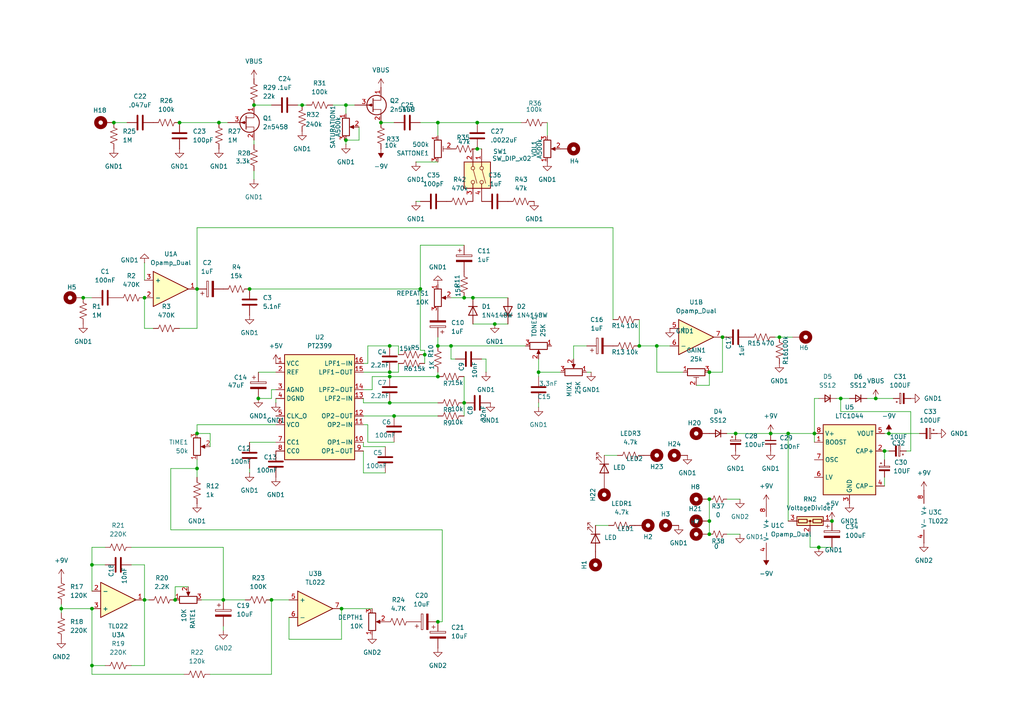
<source format=kicad_sch>
(kicad_sch (version 20250114) (generator "eeschema") (generator_version "9.0")
  (paper "A4")
  (title_block (title "DELAY/PREAMP") (date "2025-05-21") (rev "1.1") (company "Sharkbomb Audio") (comment 2 "GAIN pot is to be set at unity"))
  (junction (at 113.03 100.33))
  (junction (at 26.67 193.04))
  (junction (at 17.78 176.53))
  (junction (at 228.6 125.73))
  (junction (at 121.92 83.82))
  (junction (at 50.8 173.99))
  (junction (at 190.5 100.33))
  (junction (at 33.02 35.56))
  (junction (at 57.15 83.82))
  (junction (at 64.77 173.99))
  (junction (at 241.3 151.13))
  (junction (at 74.93 115.57))
  (junction (at 87.63 30.48))
  (junction (at 78.74 173.99))
  (junction (at 99.06 176.53))
  (junction (at 113.03 107.95))
  (junction (at 72.39 83.82))
  (junction (at 205.74 151.13))
  (junction (at 205.74 144.78))
  (junction (at 57.15 125.73))
  (junction (at 205.74 107.95))
  (junction (at 41.91 173.99))
  (junction (at 236.22 125.73))
  (junction (at 143.51 93.98))
  (junction (at 100.33 30.48))
  (junction (at 223.52 125.73))
  (junction (at 226.06 97.79))
  (junction (at 130.81 100.33))
  (junction (at 26.67 176.53))
  (junction (at 137.16 86.36))
  (junction (at 24.13 86.36))
  (junction (at 127 100.33))
  (junction (at 138.43 43.18))
  (junction (at 123.19 102.87))
  (junction (at 63.5 35.56))
  (junction (at 57.15 135.89))
  (junction (at 41.91 86.36))
  (junction (at 185.42 100.33))
  (junction (at 110.49 35.56))
  (junction (at 209.55 97.79))
  (junction (at 127 180.34))
  (junction (at 113.03 116.84))
  (junction (at 237.49 158.75))
  (junction (at 113.03 109.22))
  (junction (at 100.33 40.64))
  (junction (at 257.81 125.73))
  (junction (at 213.36 125.73))
  (junction (at 256.54 130.81))
  (junction (at 134.62 86.36))
  (junction (at 134.62 116.84))
  (junction (at 243.84 115.57))
  (junction (at 73.66 30.48))
  (junction (at 205.74 154.94))
  (junction (at 52.07 35.56))
  (junction (at 127 109.22))
  (junction (at 114.3 120.65))
  (junction (at 127 35.56))
  (junction (at 254 115.57))
  (junction (at 156.21 107.95))
  (junction (at 26.67 163.83))
  (junction (at 138.43 35.56))
  (wire (pts (xy 130.81 104.14) (xy 132.08 104.14)))
  (wire (pts (xy 74.93 107.95) (xy 80.01 107.95)))
  (wire (pts (xy 123.19 102.87) (xy 123.19 105.41)))
  (wire (pts (xy 41.91 173.99) (xy 43.18 173.99)))
  (wire (pts (xy 78.74 113.03) (xy 80.01 113.03)))
  (wire (pts (xy 104.14 36.83) (xy 104.14 40.64)))
  (wire (pts (xy 176.53 152.4) (xy 172.72 152.4)))
  (wire (pts (xy 190.5 100.33) (xy 194.31 100.33)))
  (wire (pts (xy 33.02 35.56) (xy 36.83 35.56)))
  (wire (pts (xy 105.41 129.54) (xy 105.41 128.27)))
  (wire (pts (xy 128.27 180.34) (xy 128.27 153.67)))
  (wire (pts (xy 137.16 93.98) (xy 143.51 93.98)))
  (wire (pts (xy 243.84 119.38) (xy 243.84 115.57)))
  (wire (pts (xy 83.82 179.07) (xy 83.82 185.42)))
  (wire (pts (xy 137.16 86.36) (xy 147.32 86.36)))
  (wire (pts (xy 100.33 41.91) (xy 100.33 40.64)))
  (wire (pts (xy 87.63 30.48) (xy 88.9 30.48)))
  (wire (pts (xy 127 35.56) (xy 127 39.37)))
  (wire (pts (xy 57.15 66.04) (xy 57.15 83.82)))
  (wire (pts (xy 105.41 129.54) (xy 111.76 129.54)))
  (wire (pts (xy 121.92 101.6) (xy 123.19 101.6)))
  (wire (pts (xy 105.41 115.57) (xy 105.41 116.84)))
  (wire (pts (xy 228.6 125.73) (xy 236.22 125.73)))
  (wire (pts (xy 143.51 93.98) (xy 147.32 93.98)))
  (wire (pts (xy 121.92 83.82) (xy 72.39 83.82)))
  (wire (pts (xy 128.27 180.34) (xy 127 180.34)))
  (wire (pts (xy 77.47 173.99) (xy 78.74 173.99)))
  (wire (pts (xy 130.81 86.36) (xy 134.62 86.36)))
  (wire (pts (xy 138.43 35.56) (xy 151.13 35.56)))
  (wire (pts (xy 17.78 175.26) (xy 17.78 176.53)))
  (wire (pts (xy 256.54 125.73) (xy 257.81 125.73)))
  (wire (pts (xy 38.1 193.04) (xy 41.91 193.04)))
  (wire (pts (xy 60.96 195.58) (xy 78.74 195.58)))
  (wire (pts (xy 86.36 30.48) (xy 87.63 30.48)))
  (wire (pts (xy 53.34 195.58) (xy 26.67 195.58)))
  (wire (pts (xy 128.27 153.67) (xy 49.53 153.67)))
  (wire (pts (xy 78.74 195.58) (xy 78.74 173.99)))
  (wire (pts (xy 264.16 119.38) (xy 243.84 119.38)))
  (wire (pts (xy 121.92 58.42) (xy 120.65 58.42)))
  (wire (pts (xy 257.81 130.81) (xy 256.54 130.81)))
  (wire (pts (xy 57.15 123.19) (xy 57.15 125.73)))
  (wire (pts (xy 52.07 95.25) (xy 57.15 95.25)))
  (wire (pts (xy 156.21 107.95) (xy 162.56 107.95)))
  (wire (pts (xy 113.03 109.22) (xy 127 109.22)))
  (wire (pts (xy 73.66 52.07) (xy 73.66 49.53)))
  (wire (pts (xy 26.67 176.53) (xy 17.78 176.53)))
  (wire (pts (xy 134.62 109.22) (xy 134.62 116.84)))
  (wire (pts (xy 106.68 100.33) (xy 113.03 100.33)))
  (wire (pts (xy 224.79 97.79) (xy 226.06 97.79)))
  (wire (pts (xy 41.91 163.83) (xy 38.1 163.83)))
  (wire (pts (xy 256.54 130.81) (xy 256.54 133.35)))
  (wire (pts (xy 205.74 144.78) (xy 205.74 151.13)))
  (wire (pts (xy 156.21 107.95) (xy 156.21 109.22)))
  (wire (pts (xy 52.07 35.56) (xy 63.5 35.56)))
  (wire (pts (xy 74.93 115.57) (xy 78.74 115.57)))
  (wire (pts (xy 140.97 104.14) (xy 139.7 104.14)))
  (wire (pts (xy 41.91 173.99) (xy 41.91 163.83)))
  (wire (pts (xy 100.33 30.48) (xy 100.33 33.02)))
  (wire (pts (xy 115.57 105.41) (xy 115.57 107.95)))
  (wire (pts (xy 17.78 176.53) (xy 17.78 177.8)))
  (wire (pts (xy 49.53 153.67) (xy 49.53 135.89)))
  (wire (pts (xy 127 97.79) (xy 127 100.33)))
  (wire (pts (xy 130.81 104.14) (xy 130.81 100.33)))
  (wire (pts (xy 49.53 135.89) (xy 57.15 135.89)))
  (wire (pts (xy 26.67 163.83) (xy 26.67 171.45)))
  (wire (pts (xy 72.39 128.27) (xy 80.01 128.27)))
  (wire (pts (xy 73.66 41.91) (xy 73.66 40.64)))
  (wire (pts (xy 205.74 107.95) (xy 209.55 107.95)))
  (wire (pts (xy 158.75 35.56) (xy 158.75 39.37)))
  (wire (pts (xy 44.45 95.25) (xy 41.91 95.25)))
  (wire (pts (xy 73.66 30.48) (xy 78.74 30.48)))
  (wire (pts (xy 64.77 181.61) (xy 64.77 182.88)))
  (wire (pts (xy 156.21 104.14) (xy 156.21 107.95)))
  (wire (pts (xy 234.95 158.75) (xy 237.49 158.75)))
  (wire (pts (xy 105.41 130.81) (xy 105.41 137.16)))
  (wire (pts (xy 121.92 35.56) (xy 127 35.56)))
  (wire (pts (xy 111.76 137.16) (xy 105.41 137.16)))
  (wire (pts (xy 185.42 100.33) (xy 190.5 100.33)))
  (wire (pts (xy 234.95 154.94) (xy 234.95 158.75)))
  (wire (pts (xy 50.8 173.99) (xy 50.8 170.18)))
  (wire (pts (xy 201.93 111.76) (xy 205.74 111.76)))
  (wire (pts (xy 115.57 107.95) (xy 113.03 107.95)))
  (wire (pts (xy 41.91 95.25) (xy 41.91 86.36)))
  (wire (pts (xy 166.37 104.14) (xy 166.37 100.33)))
  (wire (pts (xy 57.15 135.89) (xy 57.15 133.35)))
  (wire (pts (xy 107.95 113.03) (xy 107.95 109.22)))
  (wire (pts (xy 205.74 151.13) (xy 205.74 154.94)))
  (wire (pts (xy 26.67 163.83) (xy 30.48 163.83)))
  (wire (pts (xy 78.74 115.57) (xy 78.74 113.03)))
  (wire (pts (xy 242.57 115.57) (xy 243.84 115.57)))
  (wire (pts (xy 26.67 193.04) (xy 26.67 176.53)))
  (wire (pts (xy 104.14 40.64) (xy 100.33 40.64)))
  (wire (pts (xy 262.89 130.81) (xy 264.16 130.81)))
  (wire (pts (xy 177.8 92.71) (xy 177.8 66.04)))
  (wire (pts (xy 243.84 115.57) (xy 246.38 115.57)))
  (wire (pts (xy 209.55 97.79) (xy 209.55 107.95)))
  (wire (pts (xy 210.82 154.94) (xy 214.63 154.94)))
  (wire (pts (xy 259.08 115.57) (xy 254 115.57)))
  (wire (pts (xy 99.06 185.42) (xy 99.06 176.53)))
  (wire (pts (xy 30.48 193.04) (xy 26.67 193.04)))
  (wire (pts (xy 179.07 132.08) (xy 175.26 132.08)))
  (wire (pts (xy 105.41 107.95) (xy 113.03 107.95)))
  (wire (pts (xy 64.77 173.99) (xy 58.42 173.99)))
  (wire (pts (xy 205.74 111.76) (xy 205.74 107.95)))
  (wire (pts (xy 78.74 173.99) (xy 83.82 173.99)))
  (wire (pts (xy 115.57 102.87) (xy 115.57 100.33)))
  (wire (pts (xy 50.8 170.18) (xy 54.61 170.18)))
  (wire (pts (xy 120.65 46.99) (xy 127 46.99)))
  (wire (pts (xy 170.18 107.95) (xy 171.45 107.95)))
  (wire (pts (xy 106.68 105.41) (xy 105.41 105.41)))
  (wire (pts (xy 264.16 119.38) (xy 264.16 130.81)))
  (wire (pts (xy 257.81 125.73) (xy 266.7 125.73)))
  (wire (pts (xy 210.82 125.73) (xy 213.36 125.73)))
  (wire (pts (xy 177.8 66.04) (xy 57.15 66.04)))
  (wire (pts (xy 26.67 195.58) (xy 26.67 193.04)))
  (wire (pts (xy 138.43 43.18) (xy 139.7 43.18)))
  (wire (pts (xy 57.15 95.25) (xy 57.15 83.82)))
  (wire (pts (xy 26.67 158.75) (xy 26.67 163.83)))
  (wire (pts (xy 130.81 100.33) (xy 127 100.33)))
  (wire (pts (xy 134.62 116.84) (xy 134.62 120.65)))
  (wire (pts (xy 156.21 116.84) (xy 156.21 118.11)))
  (wire (pts (xy 237.49 158.75) (xy 241.3 158.75)))
  (wire (pts (xy 210.82 144.78) (xy 214.63 144.78)))
  (wire (pts (xy 105.41 116.84) (xy 113.03 116.84)))
  (wire (pts (xy 106.68 123.19) (xy 105.41 123.19)))
  (wire (pts (xy 226.06 97.79) (xy 229.87 97.79)))
  (wire (pts (xy 72.39 135.89) (xy 72.39 137.16)))
  (wire (pts (xy 236.22 125.73) (xy 236.22 128.27)))
  (wire (pts (xy 114.3 120.65) (xy 105.41 120.65)))
  (wire (pts (xy 121.92 71.12) (xy 121.92 83.82)))
  (wire (pts (xy 228.6 125.73) (xy 228.6 151.13)))
  (wire (pts (xy 107.95 109.22) (xy 113.03 109.22)))
  (wire (pts (xy 140.97 107.95) (xy 140.97 104.14)))
  (wire (pts (xy 41.91 76.2) (xy 41.91 81.28)))
  (wire (pts (xy 198.12 107.95) (xy 190.5 107.95)))
  (wire (pts (xy 57.15 138.43) (xy 57.15 135.89)))
  (wire (pts (xy 114.3 128.27) (xy 106.68 128.27)))
  (wire (pts (xy 105.41 113.03) (xy 107.95 113.03)))
  (wire (pts (xy 213.36 125.73) (xy 223.52 125.73)))
  (wire (pts (xy 96.52 30.48) (xy 100.33 30.48)))
  (wire (pts (xy 113.03 116.84) (xy 127 116.84)))
  (wire (pts (xy 127 107.95) (xy 127 109.22)))
  (wire (pts (xy 130.81 100.33) (xy 152.4 100.33)))
  (wire (pts (xy 99.06 176.53) (xy 107.95 176.53)))
  (wire (pts (xy 123.19 101.6) (xy 123.19 102.87)))
  (wire (pts (xy 83.82 185.42) (xy 99.06 185.42)))
  (wire (pts (xy 254 115.57) (xy 251.46 115.57)))
  (wire (pts (xy 256.54 138.43) (xy 256.54 140.97)))
  (wire (pts (xy 134.62 71.12) (xy 121.92 71.12)))
  (wire (pts (xy 60.96 129.54) (xy 60.96 125.73)))
  (wire (pts (xy 80.01 123.19) (xy 57.15 123.19)))
  (wire (pts (xy 166.37 100.33) (xy 170.18 100.33)))
  (wire (pts (xy 110.49 35.56) (xy 114.3 35.56)))
  (wire (pts (xy 80.01 115.57) (xy 80.01 116.84)))
  (wire (pts (xy 190.5 107.95) (xy 190.5 100.33)))
  (wire (pts (xy 115.57 100.33) (xy 113.03 100.33)))
  (wire (pts (xy 137.16 43.18) (xy 138.43 43.18)))
  (wire (pts (xy 134.62 86.36) (xy 137.16 86.36)))
  (wire (pts (xy 127 35.56) (xy 138.43 35.56)))
  (wire (pts (xy 121.92 83.82) (xy 121.92 101.6)))
  (wire (pts (xy 114.3 120.65) (xy 127 120.65)))
  (wire (pts (xy 24.13 86.36) (xy 26.67 86.36)))
  (wire (pts (xy 64.77 173.99) (xy 71.12 173.99)))
  (wire (pts (xy 60.96 125.73) (xy 57.15 125.73)))
  (wire (pts (xy 30.48 158.75) (xy 26.67 158.75)))
  (wire (pts (xy 237.49 115.57) (xy 236.22 115.57)))
  (wire (pts (xy 41.91 193.04) (xy 41.91 173.99)))
  (wire (pts (xy 106.68 100.33) (xy 106.68 105.41)))
  (wire (pts (xy 64.77 158.75) (xy 64.77 173.99)))
  (wire (pts (xy 185.42 92.71) (xy 185.42 100.33)))
  (wire (pts (xy 38.1 158.75) (xy 64.77 158.75)))
  (wire (pts (xy 223.52 125.73) (xy 228.6 125.73)))
  (wire (pts (xy 100.33 30.48) (xy 102.87 30.48)))
  (wire (pts (xy 63.5 35.56) (xy 66.04 35.56)))
  (wire (pts (xy 236.22 115.57) (xy 236.22 125.73)))
  (wire (pts (xy 106.68 128.27) (xy 106.68 123.19)))
  (symbol (lib_id "Device:Opamp_Dual") (at 49.53 83.82 0) (unit 1)
    (property "Reference" "U1" (at 49.53 73.66 0))
    (property "Value" "Opamp_Dual" (at 49.53 76.2 0))
    (property "Footprint" "Package_DIP:DIP-8_W7.62mm" (effects (hide yes)))
    (property "Description" "Dual operational amplifier" (effects (hide yes)))
    (property "Sim.Library" "${KICAD7_SYMBOL_DIR}/Simulation_SPICE.sp" (effects (hide yes)))
    (property "Sim.Name" "kicad_builtin_opamp_dual" (effects (hide yes)))
    (property "Sim.Device" "SUBCKT" (effects (hide yes)))
    (property "Sim.Pins" "1=out1 2=in1- 3=in1+ 4=vee 5=in2+ 6=in2- 7=out2 8=vcc" (effects (hide yes)))
  )
  (symbol (lib_id "Device:C") (at 30.48 86.36 90) (unit 1)
    (property "Reference" "C1" (at 30.48 78.74 90))
    (property "Value" "100nF" (at 30.48 81.28 90))
    (property "Footprint" "Capacitor_SMD:C_0805_2012Metric" (effects (hide yes)))
    (property "Description" "Unpolarized capacitor" (effects (hide yes)))
  )
  (symbol (lib_id "power:GND1") (at 246.38 146.05 0) (unit 1)
    (property "Reference" "#PWR056" (effects (hide yes)))
    (property "Value" "GND1" (at 246.38 151.13 0))
    (property "Description" "Power symbol creates a global label with name \"GND1\" , ground" (effects (hide yes)))
  )
  (symbol (lib_id "Device:R_US") (at 34.29 158.75 90) (unit 1)
    (property "Reference" "R21" (at 34.29 152.4 90))
    (property "Value" "220K" (at 34.29 154.94 90))
    (property "Footprint" "Resistor_SMD:R_0805_2012Metric" (effects (hide yes)))
    (property "Description" "Resistor, US symbol" (effects (hide yes)))
  )
  (symbol (lib_id "Mechanical:MountingHole_Pad") (at 194.31 152.4 90) (unit 1) (exclude_from_sim yes) (in_bom no)
    (property "Reference" "H3" (at 193.04 149.098 90))
    (property "Value" "MountingHole_Pad" (effects (hide yes)))
    (property "Footprint" "GuitarPedalParts:2.0mm Pad" (effects (hide yes)))
    (property "Description" "Mounting Hole with connection" (effects (hide yes)))
  )
  (symbol (lib_id "Device:VoltageDivider") (at 234.95 151.13 270) (unit 1)
    (property "Reference" "RN2" (at 234.95 144.78 90))
    (property "Value" "VoltageDivider" (at 234.95 147.32 90))
    (property "Footprint" "Package_TO_SOT_THT:TO-220-3_Vertical" (effects (hide yes)))
    (property "Description" "Voltage divider" (effects (hide yes)))
  )
  (symbol (lib_id "Device:R_Potentiometer") (at 57.15 129.54 0) (mirror x) (unit 1)
    (property "Reference" "TIME1" (at 54.61 128.2699 0) (effects (justify right)))
    (property "Value" "50k" (at 54.61 130.8099 0) (effects (justify right)))
    (property "Footprint" "GuitarPedalParts:16mm Pot" (effects (hide yes)))
    (property "Description" "Potentiometer" (effects (hide yes)))
  )
  (symbol (lib_id "power:GND1") (at 140.97 107.95 0) (unit 1)
    (property "Reference" "#PWR014" (effects (hide yes)))
    (property "Value" "GND1" (at 140.97 113.03 0))
    (property "Description" "Power symbol creates a global label with name \"GND1\" , ground" (effects (hide yes)))
  )
  (symbol (lib_id "Device:R_US") (at 63.5 39.37 180) (unit 1)
    (property "Reference" "R27" (at 66.04 38.0999 0) (effects (justify right)))
    (property "Value" "1M" (at 66.04 40.6399 0) (effects (justify right)))
    (property "Footprint" "Resistor_SMD:R_0805_2012Metric" (effects (hide yes)))
    (property "Description" "Resistor, US symbol" (effects (hide yes)))
  )
  (symbol (lib_id "Audio:PT2399") (at 92.71 118.11 0) (unit 1)
    (property "Reference" "U2" (at 92.71 97.79 0))
    (property "Value" "PT2399" (at 92.71 100.33 0))
    (property "Footprint" "Package_DIP:DIP-16_W7.62mm" (effects (hide yes)))
    (property "Datasheet" "http://www.princeton.com.tw/Portals/0/Product/PT2399_1.pdf" (effects (hide yes)))
    (property "Description" "Echo Processor IC, DIP-16" (effects (hide yes)))
  )
  (symbol (lib_id "power:GND1") (at 143.51 93.98 0) (unit 1)
    (property "Reference" "#PWR016" (effects (hide yes)))
    (property "Value" "GND1" (at 143.51 99.06 0))
    (property "Description" "Power symbol creates a global label with name \"GND1\" , ground" (effects (hide yes)))
  )
  (symbol (lib_id "power:GND2") (at 214.63 144.78 0) (unit 1)
    (property "Reference" "#PWR050" (effects (hide yes)))
    (property "Value" "GND2" (at 214.63 149.86 0))
    (property "Description" "Power symbol creates a global label with name \"GND2\" , ground" (effects (hide yes)))
  )
  (symbol (lib_id "Device:C") (at 135.89 104.14 270) (unit 1)
    (property "Reference" "C9" (at 133.858 107.696 0) (effects (justify right)))
    (property "Value" "10nF" (at 137.668 109.728 0) (effects (justify right)))
    (property "Footprint" "Capacitor_SMD:C_0805_2012Metric" (effects (hide yes)))
    (property "Description" "Unpolarized capacitor" (effects (hide yes)))
  )
  (symbol (lib_id "power:GND1") (at 196.85 152.4 0) (unit 1)
    (property "Reference" "#PWR044" (effects (hide yes)))
    (property "Value" "GND1" (at 196.85 157.48 0))
    (property "Description" "Power symbol creates a global label with name \"GND1\" , ground" (effects (hide yes)))
  )
  (symbol (lib_id "power:GND1") (at 154.94 58.42 0) (unit 1)
    (property "Reference" "#PWR040" (effects (hide yes)))
    (property "Value" "GND1" (at 154.94 63.5 0))
    (property "Description" "Power symbol creates a global label with name \"GND1\" , ground" (effects (hide yes)))
  )
  (symbol (lib_id "Device:R_US") (at 57.15 195.58 90) (unit 1)
    (property "Reference" "R22" (at 57.15 189.23 90))
    (property "Value" "120k" (at 57.15 191.77 90))
    (property "Footprint" "Resistor_SMD:R_0805_2012Metric" (effects (hide yes)))
    (property "Description" "Resistor, US symbol" (effects (hide yes)))
  )
  (symbol (lib_id "power:GND1") (at 63.5 43.18 0) (unit 1)
    (property "Reference" "#PWR010" (effects (hide yes)))
    (property "Value" "GND1" (at 63.5 48.26 0))
    (property "Description" "Power symbol creates a global label with name \"GND1\" , ground" (effects (hide yes)))
  )
  (symbol (lib_id "power:GND1") (at 142.24 116.84 0) (unit 1)
    (property "Reference" "#PWR013" (effects (hide yes)))
    (property "Value" "GND1" (at 142.24 121.92 0))
    (property "Description" "Power symbol creates a global label with name \"GND1\" , ground" (effects (hide yes)))
  )
  (symbol (lib_id "Regulator_SwitchedCapacitor:LTC1044") (at 246.38 133.35 0) (unit 1)
    (property "Reference" "U5" (at 246.38 118.11 0))
    (property "Value" "LTC1044" (at 246.38 120.65 0))
    (property "Footprint" "Package_DIP:DIP-8_W7.62mm" (effects (hide yes)))
    (property "Datasheet" "https://www.analog.com/media/en/technical-documentation/data-sheets/lt1044.pdf" (effects (hide yes)))
    (property "Description" "Switched Capacitor Voltage Converter, 1.5V to 9V supply operation, 200uA Max No Load Supply Current at 5V, DIP-8/TO-99" (effects (hide yes)))
  )
  (symbol (lib_id "Device:C") (at 138.43 116.84 270) (unit 1)
    (property "Reference" "C8" (at 136.398 120.396 0) (effects (justify right)))
    (property "Value" "22nF" (at 140.208 122.428 0) (effects (justify right)))
    (property "Footprint" "Capacitor_SMD:C_0805_2012Metric" (effects (hide yes)))
    (property "Description" "Unpolarized capacitor" (effects (hide yes)))
  )
  (symbol (lib_id "Device:R_Small_US") (at 208.28 144.78 90) (unit 1)
    (property "Reference" "R37" (at 208.28 146.812 90))
    (property "Value" "0" (at 208.28 149.352 90))
    (property "Footprint" "Resistor_SMD:R_0805_2012Metric" (effects (hide yes)))
    (property "Description" "Resistor, small US symbol" (effects (hide yes)))
  )
  (symbol (lib_id "Device:R_US") (at 119.38 105.41 90) (unit 1)
    (property "Reference" "R6" (at 118.364 106.934 90))
    (property "Value" "15k" (at 121.666 106.934 90))
    (property "Footprint" "Resistor_SMD:R_0805_2012Metric" (effects (hide yes)))
    (property "Description" "Resistor, US symbol" (effects (hide yes)))
  )
  (symbol (lib_id "Device:C_Polarized_Small") (at 213.36 128.27 0) (unit 1)
    (property "Reference" "C28" (at 215.9 126.4538 0) (effects (justify left)))
    (property "Value" "100uF" (at 215.9 128.9938 0) (effects (justify left)))
    (property "Footprint" "Capacitor_THT:CP_Radial_D5.0mm_P2.50mm" (effects (hide yes)))
    (property "Description" "Polarized capacitor, small symbol" (effects (hide yes)))
  )
  (symbol (lib_id "power:GND1") (at 264.16 115.57 90) (unit 1)
    (property "Reference" "#PWR059" (effects (hide yes)))
    (property "Value" "GND1" (at 267.97 115.5699 90) (effects (justify right)))
    (property "Description" "Power symbol creates a global label with name \"GND1\" , ground" (effects (hide yes)))
  )
  (symbol (lib_id "power:-9V") (at 110.49 43.18 180) (unit 1)
    (property "Reference" "#PWR035" (effects (hide yes)))
    (property "Value" "-9V" (at 110.49 48.26 0))
    (property "Description" "Power symbol creates a global label with name \"-9V\"" (effects (hide yes)))
  )
  (symbol (lib_id "power:+9V") (at 222.25 146.05 0) (unit 1)
    (property "Reference" "#PWR01" (effects (hide yes)))
    (property "Value" "+9V" (at 222.25 140.97 0))
    (property "Description" "Power symbol creates a global label with name \"+9V\"" (effects (hide yes)))
  )
  (symbol (lib_id "power:GND1") (at 127 82.55 180) (unit 1)
    (property "Reference" "#PWR015" (effects (hide yes)))
    (property "Value" "GND1" (at 127 77.47 0))
    (property "Description" "Power symbol creates a global label with name \"GND1\" , ground" (effects (hide yes)))
  )
  (symbol (lib_id "power:GND1") (at 57.15 146.05 0) (unit 1)
    (property "Reference" "#PWR022" (effects (hide yes)))
    (property "Value" "GND1" (at 57.15 151.13 0))
    (property "Description" "Power symbol creates a global label with name \"GND1\" , ground" (effects (hide yes)))
  )
  (symbol (lib_id "Mechanical:MountingHole_Pad") (at 189.23 132.08 270) (unit 1) (exclude_from_sim yes) (in_bom no)
    (property "Reference" "H23" (at 190.5 135.382 90))
    (property "Value" "MountingHole_Pad" (effects (hide yes)))
    (property "Footprint" "GuitarPedalParts:2.0mm Pad" (effects (hide yes)))
    (property "Description" "Mounting Hole with connection" (effects (hide yes)))
  )
  (symbol (lib_id "Device:R_Potentiometer") (at 100.33 36.83 0) (unit 1)
    (property "Reference" "SATURATION1" (at 96.52 36.83 90))
    (property "Value" "A500k" (at 98.044 36.83 90))
    (property "Footprint" "GuitarPedalParts:16mm Pot" (effects (hide yes)))
    (property "Description" "Potentiometer" (effects (hide yes)))
  )
  (symbol (lib_id "Device:C_Small") (at 223.52 128.27 0) (unit 1)
    (property "Reference" "C29" (at 226.06 127.0062 0) (effects (justify left)))
    (property "Value" "100nF" (at 226.06 129.5462 0) (effects (justify left)))
    (property "Footprint" "Capacitor_SMD:C_0805_2012Metric" (effects (hide yes)))
    (property "Description" "Unpolarized capacitor, small symbol" (effects (hide yes)))
  )
  (symbol (lib_id "Device:R_US") (at 48.26 35.56 90) (unit 1)
    (property "Reference" "R26" (at 48.26 29.21 90))
    (property "Value" "100k" (at 48.26 31.75 90))
    (property "Footprint" "Resistor_SMD:R_0805_2012Metric" (effects (hide yes)))
    (property "Description" "Resistor, US symbol" (effects (hide yes)))
  )
  (symbol (lib_id "Device:R_US") (at 17.78 171.45 180) (unit 1)
    (property "Reference" "R17" (at 20.32 170.1799 0) (effects (justify right)))
    (property "Value" "120K" (at 20.32 172.7199 0) (effects (justify right)))
    (property "Footprint" "Resistor_SMD:R_0805_2012Metric" (effects (hide yes)))
    (property "Description" "Resistor, US symbol" (effects (hide yes)))
  )
  (symbol (lib_id "power:GND1") (at 194.31 95.25 0) (unit 1)
    (property "Reference" "#PWR04" (effects (hide yes)))
    (property "Value" "GND1" (at 198.628 96.012 0))
    (property "Description" "Power symbol creates a global label with name \"GND1\" , ground" (effects (hide yes)))
  )
  (symbol (lib_id "power:GND1") (at 226.06 105.41 0) (unit 1)
    (property "Reference" "#PWR026" (effects (hide yes)))
    (property "Value" "GND1" (at 226.06 110.49 0))
    (property "Description" "Power symbol creates a global label with name \"GND1\" , ground" (effects (hide yes)))
  )
  (symbol (lib_id "Device:C_Polarized") (at 64.77 177.8 0) (unit 1)
    (property "Reference" "C19" (at 68.58 175.6409 0) (effects (justify left)))
    (property "Value" "10uF" (at 68.58 178.1809 0) (effects (justify left)))
    (property "Footprint" "Capacitor_SMD:C_1206_3216Metric" (effects (hide yes)))
    (property "Description" "Polarized capacitor" (effects (hide yes)))
  )
  (symbol (lib_id "Device:R_US") (at 73.66 26.67 180) (unit 1)
    (property "Reference" "R29" (at 76.2 25.3999 0) (effects (justify right)))
    (property "Value" "22k" (at 76.2 27.9399 0) (effects (justify right)))
    (property "Footprint" "Resistor_SMD:R_0805_2012Metric" (effects (hide yes)))
    (property "Description" "Resistor, US symbol" (effects (hide yes)))
  )
  (symbol (lib_id "Device:C") (at 114.3 124.46 180) (unit 1)
    (property "Reference" "C6" (at 110.744 122.428 0) (effects (justify right)))
    (property "Value" "100nF" (at 108.712 126.238 0) (effects (justify right)))
    (property "Footprint" "Capacitor_SMD:C_0805_2012Metric" (effects (hide yes)))
    (property "Description" "Unpolarized capacitor" (effects (hide yes)))
  )
  (symbol (lib_id "power:GND1") (at 72.39 91.44 0) (unit 1)
    (property "Reference" "#PWR012" (effects (hide yes)))
    (property "Value" "GND1" (at 72.39 96.52 0))
    (property "Description" "Power symbol creates a global label with name \"GND1\" , ground" (effects (hide yes)))
  )
  (symbol (lib_id "Device:R_US") (at 73.66 45.72 180) (unit 1)
    (property "Reference" "R28" (at 68.834 44.45 0) (effects (justify right)))
    (property "Value" "3.3k" (at 68.326 46.736 0) (effects (justify right)))
    (property "Footprint" "Resistor_SMD:R_0805_2012Metric" (effects (hide yes)))
    (property "Description" "Resistor, US symbol" (effects (hide yes)))
  )
  (symbol (lib_id "Device:D_Small") (at 240.03 115.57 180) (unit 1)
    (property "Reference" "D5" (at 240.03 109.22 0))
    (property "Value" "SS12" (at 240.03 111.76 0))
    (property "Footprint" "Diode_SMD:D_SOD-123" (effects (hide yes)))
    (property "Description" "Diode, small symbol" (effects (hide yes)))
    (property "Sim.Device" "D" (effects (hide yes)))
    (property "Sim.Pins" "1=K 2=A" (effects (hide yes)))
  )
  (symbol (lib_id "Device:R_US") (at 119.38 102.87 270) (unit 1)
    (property "Reference" "R5" (at 120.396 100.838 90))
    (property "Value" "15k" (at 117.602 101.092 90))
    (property "Footprint" "Resistor_SMD:R_0805_2012Metric" (effects (hide yes)))
    (property "Description" "Resistor, US symbol" (effects (hide yes)))
  )
  (symbol (lib_id "Device:R_US") (at 92.71 30.48 270) (unit 1)
    (property "Reference" "R31" (at 92.71 24.13 90))
    (property "Value" "100k" (at 92.71 26.67 90))
    (property "Footprint" "Resistor_SMD:R_0805_2012Metric" (effects (hide yes)))
    (property "Description" "Resistor, US symbol" (effects (hide yes)))
  )
  (symbol (lib_id "Device:D") (at 137.16 90.17 270) (unit 1)
    (property "Reference" "D1" (at 139.7 88.8999 90) (effects (justify left)))
    (property "Value" "1N4148W" (at 139.7 91.4399 90) (effects (justify left)))
    (property "Footprint" "Diode_SMD:Nexperia_CFP3_SOD-123W" (effects (hide yes)))
    (property "Description" "Diode" (effects (hide yes)))
    (property "Sim.Device" "D" (effects (hide yes)))
    (property "Sim.Pins" "1=K 2=A" (effects (hide yes)))
  )
  (symbol (lib_id "Device:R_Potentiometer") (at 156.21 100.33 270) (unit 1)
    (property "Reference" "TONE1" (at 154.9399 97.79 0) (effects (justify right)))
    (property "Value" "25K" (at 157.4799 97.79 0) (effects (justify right)))
    (property "Footprint" "GuitarPedalParts:16mm Pot" (effects (hide yes)))
    (property "Description" "Potentiometer" (effects (hide yes)))
  )
  (symbol (lib_id "Device:C_Polarized_Small") (at 256.54 135.89 0) (unit 1)
    (property "Reference" "C30" (at 259.334 134.112 0) (effects (justify left)))
    (property "Value" "10UF" (at 259.08 136.6138 0) (effects (justify left)))
    (property "Footprint" "Capacitor_THT:CP_Radial_D5.0mm_P2.50mm" (effects (hide yes)))
    (property "Description" "Polarized capacitor, small symbol" (effects (hide yes)))
  )
  (symbol (lib_id "power:GND1") (at 199.39 132.08 0) (unit 1)
    (property "Reference" "#PWR06" (effects (hide yes)))
    (property "Value" "GND1" (at 199.39 137.16 0))
    (property "Description" "Power symbol creates a global label with name \"GND1\" , ground" (effects (hide yes)))
  )
  (symbol (lib_id "power:GND1") (at 120.65 58.42 0) (unit 1)
    (property "Reference" "#PWR038" (effects (hide yes)))
    (property "Value" "GND1" (at 120.65 63.5 0))
    (property "Description" "Power symbol creates a global label with name \"GND1\" , ground" (effects (hide yes)))
  )
  (symbol (lib_id "Device:C") (at 118.11 35.56 270) (unit 1)
    (property "Reference" "C25" (at 118.11 30.48 90))
    (property "Value" ".1uF" (at 118.11 31.75 90))
    (property "Footprint" "Capacitor_SMD:C_0805_2012Metric" (effects (hide yes)))
    (property "Description" "Unpolarized capacitor" (effects (hide yes)))
  )
  (symbol (lib_id "Device:R_US") (at 134.62 43.18 270) (unit 1)
    (property "Reference" "R35" (at 134.366 39.878 90))
    (property "Value" "47k" (at 134.62 41.148 90))
    (property "Footprint" "Resistor_SMD:R_0805_2012Metric" (effects (hide yes)))
    (property "Description" "Resistor, US symbol" (effects (hide yes)))
  )
  (symbol (lib_id "Device:R_Potentiometer_Trim") (at 201.93 107.95 90) (mirror x) (unit 1)
    (property "Reference" "GAIN1" (at 201.93 101.6 90))
    (property "Value" "25k" (at 201.93 104.14 90))
    (property "Footprint" "GuitarPedalParts:TaydaTrimmer" (effects (hide yes)))
    (property "Description" "Trim-potentiometer" (effects (hide yes)))
  )
  (symbol (lib_id "power:GND1") (at 213.36 130.81 0) (unit 1)
    (property "Reference" "#PWR049" (effects (hide yes)))
    (property "Value" "GND1" (at 213.36 135.89 0))
    (property "Description" "Power symbol creates a global label with name \"GND1\" , ground" (effects (hide yes)))
  )
  (symbol (lib_id "Device:D") (at 147.32 90.17 90) (unit 1)
    (property "Reference" "D2" (at 149.86 88.8999 90) (effects (justify right)))
    (property "Value" "1N4148W" (at 149.86 91.4399 90) (effects (justify right)))
    (property "Footprint" "Diode_SMD:Nexperia_CFP3_SOD-123W" (effects (hide yes)))
    (property "Description" "Diode" (effects (hide yes)))
    (property "Sim.Device" "D" (effects (hide yes)))
    (property "Sim.Pins" "1=K 2=A" (effects (hide yes)))
  )
  (symbol (lib_id "Device:C") (at 138.43 39.37 0) (unit 1)
    (property "Reference" "C27" (at 142.24 38.0999 0) (effects (justify left)))
    (property "Value" ".0022uF" (at 142.24 40.6399 0) (effects (justify left)))
    (property "Footprint" "Capacitor_SMD:C_0805_2012Metric" (effects (hide yes)))
    (property "Description" "Unpolarized capacitor" (effects (hide yes)))
  )
  (symbol (lib_id "power:GND1") (at 271.78 125.73 90) (unit 1)
    (property "Reference" "#PWR060" (effects (hide yes)))
    (property "Value" "GND1" (at 275.59 125.7299 90) (effects (justify right)))
    (property "Description" "Power symbol creates a global label with name \"GND1\" , ground" (effects (hide yes)))
  )
  (symbol (lib_id "Mechanical:MountingHole_Pad") (at 203.2 125.73 90) (unit 1) (exclude_from_sim yes) (in_bom no)
    (property "Reference" "H20" (at 201.422 122.682 90))
    (property "Value" "MountingHole_Pad" (effects (hide yes)))
    (property "Footprint" "GuitarPedalParts:2.0mm Pad" (effects (hide yes)))
    (property "Description" "Mounting Hole with connection" (effects (hide yes)))
  )
  (symbol (lib_id "Device:R_US") (at 130.81 120.65 90) (unit 1)
    (property "Reference" "R9" (at 129.794 122.682 90))
    (property "Value" "10k" (at 132.588 122.428 90))
    (property "Footprint" "Resistor_SMD:R_0805_2012Metric" (effects (hide yes)))
    (property "Description" "Resistor, US symbol" (effects (hide yes)))
  )
  (symbol (lib_id "power:GND2") (at 267.97 157.48 0) (unit 1)
    (property "Reference" "#PWR043" (effects (hide yes)))
    (property "Value" "GND2" (at 267.97 162.56 0))
    (property "Description" "Power symbol creates a global label with name \"GND2\" , ground" (effects (hide yes)))
  )
  (symbol (lib_id "Device:C") (at 156.21 113.03 0) (unit 1)
    (property "Reference" "C15" (at 159.766 115.062 0) (effects (justify right)))
    (property "Value" "3.3nF" (at 161.798 111.252 0) (effects (justify right)))
    (property "Footprint" "Capacitor_SMD:C_0805_2012Metric" (effects (hide yes)))
    (property "Description" "Unpolarized capacitor" (effects (hide yes)))
  )
  (symbol (lib_id "Device:Opamp_Dual") (at 270.51 149.86 0) (unit 3)
    (property "Reference" "U3" (at 269.24 148.5899 0) (effects (justify left)))
    (property "Value" "TL022" (at 269.24 151.1299 0) (effects (justify left)))
    (property "Footprint" "Package_DIP:DIP-8_W7.62mm" (effects (hide yes)))
    (property "Description" "Dual operational amplifier" (effects (hide yes)))
    (property "Sim.Library" "${KICAD7_SYMBOL_DIR}/Simulation_SPICE.sp" (effects (hide yes)))
    (property "Sim.Name" "kicad_builtin_opamp_dual" (effects (hide yes)))
    (property "Sim.Device" "SUBCKT" (effects (hide yes)))
    (property "Sim.Pins" "1=out1 2=in1- 3=in1+ 4=vee 5=in2+ 6=in2- 7=out2 8=vcc" (effects (hide yes)))
  )
  (symbol (lib_id "Mechanical:MountingHole_Pad") (at 186.69 152.4 270) (unit 1) (exclude_from_sim yes) (in_bom no)
    (property "Reference" "H2" (at 187.96 155.702 90))
    (property "Value" "MountingHole_Pad" (effects (hide yes)))
    (property "Footprint" "GuitarPedalParts:2.0mm Pad" (effects (hide yes)))
    (property "Description" "Mounting Hole with connection" (effects (hide yes)))
  )
  (symbol (lib_id "Device:C_Polarized") (at 123.19 180.34 90) (unit 1)
    (property "Reference" "C20" (at 122.301 172.72 90))
    (property "Value" "10uF" (at 122.301 175.26 90))
    (property "Footprint" "Capacitor_SMD:C_1206_3216Metric" (effects (hide yes)))
    (property "Description" "Polarized capacitor" (effects (hide yes)))
  )
  (symbol (lib_id "power:VBUS") (at 254 115.57 0) (unit 1)
    (property "Reference" "#PWR057" (effects (hide yes)))
    (property "Value" "VBUS" (at 254 110.49 0))
    (property "Description" "Power symbol creates a global label with name \"VBUS\"" (effects (hide yes)))
  )
  (symbol (lib_id "Device:R_US") (at 110.49 39.37 180) (unit 1)
    (property "Reference" "R33" (at 112.014 40.386 0) (effects (justify right)))
    (property "Value" "10k" (at 111.506 42.164 0) (effects (justify right)))
    (property "Footprint" "Resistor_SMD:R_0805_2012Metric" (effects (hide yes)))
    (property "Description" "Resistor, US symbol" (effects (hide yes)))
  )
  (symbol (lib_id "power:-9V") (at 222.25 161.29 180) (unit 1)
    (property "Reference" "#PWR02" (effects (hide yes)))
    (property "Value" "-9V" (at 222.25 166.37 0))
    (property "Description" "Power symbol creates a global label with name \"-9V\"" (effects (hide yes)))
  )
  (symbol (lib_id "Device:R_Potentiometer") (at 54.61 173.99 90) (unit 1)
    (property "Reference" "RATE1" (at 55.8801 176.53 0) (effects (justify right)))
    (property "Value" "10K" (at 53.3401 176.53 0) (effects (justify right)))
    (property "Footprint" "GuitarPedalParts:16mm Pot" (effects (hide yes)))
    (property "Description" "Potentiometer" (effects (hide yes)))
  )
  (symbol (lib_id "Device:Opamp_Dual") (at 91.44 176.53 0) (unit 2)
    (property "Reference" "U3" (at 91.44 166.37 0))
    (property "Value" "TL022" (at 91.44 168.91 0))
    (property "Footprint" "Package_DIP:DIP-8_W7.62mm" (effects (hide yes)))
    (property "Description" "Dual operational amplifier" (effects (hide yes)))
    (property "Sim.Library" "${KICAD7_SYMBOL_DIR}/Simulation_SPICE.sp" (effects (hide yes)))
    (property "Sim.Name" "kicad_builtin_opamp_dual" (effects (hide yes)))
    (property "Sim.Device" "SUBCKT" (effects (hide yes)))
    (property "Sim.Pins" "1=out1 2=in1- 3=in1+ 4=vee 5=in2+ 6=in2- 7=out2 8=vcc" (effects (hide yes)))
  )
  (symbol (lib_id "Device:C") (at 52.07 39.37 180) (unit 1)
    (property "Reference" "C23" (at 55.88 38.0999 0) (effects (justify right)))
    (property "Value" "100pF" (at 55.88 40.6399 0) (effects (justify right)))
    (property "Footprint" "Capacitor_SMD:C_0805_2012Metric" (effects (hide yes)))
    (property "Description" "Unpolarized capacitor" (effects (hide yes)))
  )
  (symbol (lib_id "power:GND1") (at 100.33 41.91 0) (unit 1)
    (property "Reference" "#PWR030" (effects (hide yes)))
    (property "Value" "GND1" (at 100.33 46.99 0))
    (property "Description" "Power symbol creates a global label with name \"GND1\" , ground" (effects (hide yes)))
  )
  (symbol (lib_id "Device:R_US") (at 127 104.14 0) (unit 1)
    (property "Reference" "R10" (at 124.968 101.854 90))
    (property "Value" "1K" (at 125.222 105.918 90))
    (property "Footprint" "Resistor_SMD:R_0805_2012Metric" (effects (hide yes)))
    (property "Description" "Resistor, US symbol" (effects (hide yes)))
  )
  (symbol (lib_id "Device:R_US") (at 87.63 34.29 0) (mirror y) (unit 1)
    (property "Reference" "R32" (at 92.71 33.274 0) (effects (justify left)))
    (property "Value" "240k" (at 93.472 36.068 0) (effects (justify left)))
    (property "Footprint" "Resistor_SMD:R_0805_2012Metric" (effects (hide yes)))
    (property "Description" "Resistor, US symbol" (effects (hide yes)))
  )
  (symbol (lib_id "Device:C_Polarized") (at 127 93.98 180) (unit 1)
    (property "Reference" "C10" (at 130.81 93.5989 0) (effects (justify right)))
    (property "Value" "1uF" (at 130.81 96.1389 0) (effects (justify right)))
    (property "Footprint" "Capacitor_SMD:C_1206_3216Metric" (effects (hide yes)))
    (property "Description" "Polarized capacitor" (effects (hide yes)))
  )
  (symbol (lib_id "Device:R_US") (at 17.78 181.61 180) (unit 1)
    (property "Reference" "R18" (at 20.32 180.3399 0) (effects (justify right)))
    (property "Value" "220K" (at 20.32 182.8799 0) (effects (justify right)))
    (property "Footprint" "Resistor_SMD:R_0805_2012Metric" (effects (hide yes)))
    (property "Description" "Resistor, US symbol" (effects (hide yes)))
  )
  (symbol (lib_id "power:GND1") (at 156.21 118.11 0) (unit 1)
    (property "Reference" "#PWR023" (effects (hide yes)))
    (property "Value" "GND1" (at 156.21 123.19 0))
    (property "Description" "Power symbol creates a global label with name \"GND1\" , ground" (effects (hide yes)))
  )
  (symbol (lib_id "Device:Opamp_Dual") (at 34.29 173.99 0) (mirror x) (unit 1)
    (property "Reference" "U3" (at 34.29 184.15 0))
    (property "Value" "TL022" (at 34.29 181.61 0))
    (property "Footprint" "Package_DIP:DIP-8_W7.62mm" (effects (hide yes)))
    (property "Description" "Dual operational amplifier" (effects (hide yes)))
    (property "Sim.Library" "${KICAD7_SYMBOL_DIR}/Simulation_SPICE.sp" (effects (hide yes)))
    (property "Sim.Name" "kicad_builtin_opamp_dual" (effects (hide yes)))
    (property "Sim.Device" "SUBCKT" (effects (hide yes)))
    (property "Sim.Pins" "1=out1 2=in1- 3=in1+ 4=vee 5=in2+ 6=in2- 7=out2 8=vcc" (effects (hide yes)))
  )
  (symbol (lib_id "Device:R_Potentiometer") (at 127 86.36 0) (unit 1)
    (property "Reference" "REPEATS1" (at 124.46 85.0899 0) (effects (justify right)))
    (property "Value" "10K" (at 124.46 87.6299 0) (effects (justify right)))
    (property "Footprint" "GuitarPedalParts:16mm Pot" (effects (hide yes)))
    (property "Description" "Potentiometer" (effects (hide yes)))
  )
  (symbol (lib_id "power:GND1") (at 237.49 158.75 0) (unit 1)
    (property "Reference" "#PWR03" (effects (hide yes)))
    (property "Value" "GND1" (at 241.808 159.512 0))
    (property "Description" "Power symbol creates a global label with name \"GND1\" , ground" (effects (hide yes)))
  )
  (symbol (lib_id "Device:C_Polarized") (at 241.3 154.94 0) (unit 1)
    (property "Reference" "C34" (at 245.11 152.7809 0) (effects (justify left)))
    (property "Value" "100uF" (at 245.11 155.3209 0) (effects (justify left)))
    (property "Footprint" "Capacitor_THT:CP_Radial_D5.0mm_P2.50mm" (effects (hide yes)))
    (property "Description" "Polarized capacitor" (effects (hide yes)))
  )
  (symbol (lib_id "Device:R_US") (at 181.61 92.71 90) (unit 1)
    (property "Reference" "R14" (at 179.324 94.488 90))
    (property "Value" "10k" (at 183.388 94.488 90))
    (property "Footprint" "Resistor_SMD:R_0805_2012Metric" (effects (hide yes)))
    (property "Description" "Resistor, US symbol" (effects (hide yes)))
  )
  (symbol (lib_id "Device:R_US") (at 46.99 173.99 90) (unit 1)
    (property "Reference" "R20" (at 46.99 167.64 90))
    (property "Value" "2.2K" (at 46.99 170.18 90))
    (property "Footprint" "Resistor_SMD:R_0805_2012Metric" (effects (hide yes)))
    (property "Description" "Resistor, US symbol" (effects (hide yes)))
  )
  (symbol (lib_id "Device:C") (at 111.76 133.35 180) (unit 1)
    (property "Reference" "C5" (at 108.204 131.318 0) (effects (justify right)))
    (property "Value" "100nF" (at 106.172 135.128 0) (effects (justify right)))
    (property "Footprint" "Capacitor_SMD:C_0805_2012Metric" (effects (hide yes)))
    (property "Description" "Unpolarized capacitor" (effects (hide yes)))
  )
  (symbol (lib_id "Mechanical:MountingHole_Pad") (at 165.1 43.18 270) (unit 1) (exclude_from_sim yes) (in_bom no)
    (property "Reference" "H4" (at 166.624 46.736 90))
    (property "Value" "MountingHole_Pad" (effects (hide yes)))
    (property "Footprint" "GuitarPedalParts:2.0mm Pad" (effects (hide yes)))
    (property "Description" "Mounting Hole with connection" (effects (hide yes)))
  )
  (symbol (lib_id "power:VBUS") (at 110.49 25.4 0) (unit 1)
    (property "Reference" "#PWR034" (effects (hide yes)))
    (property "Value" "VBUS" (at 110.49 20.32 0))
    (property "Description" "Power symbol creates a global label with name \"VBUS\"" (effects (hide yes)))
  )
  (symbol (lib_id "Mechanical:MountingHole_Pad") (at 203.2 154.94 90) (unit 1) (exclude_from_sim yes) (in_bom no)
    (property "Reference" "H7" (at 201.676 151.384 90))
    (property "Value" "MountingHole_Pad" (effects (hide yes)))
    (property "Footprint" "GuitarPedalParts:2.0mm Pad" (effects (hide yes)))
    (property "Description" "Mounting Hole with connection" (effects (hide yes)))
  )
  (symbol (lib_id "power:+5V") (at 241.3 151.13 0) (unit 1)
    (property "Reference" "#PWR045" (effects (hide yes)))
    (property "Value" "+5V" (at 241.3 146.05 0))
    (property "Description" "Power symbol creates a global label with name \"+5V\"" (effects (hide yes)))
  )
  (symbol (lib_id "Device:LED") (at 172.72 156.21 270) (unit 1)
    (property "Reference" "LED1" (at 179.07 153.3524 90) (effects (justify left)))
    (property "Value" "LED" (at 175.26 155.8924 90) (effects (justify left)))
    (property "Footprint" "LED_THT:LED_D3.0mm_Clear" (effects (hide yes)))
    (property "Description" "Light emitting diode" (effects (hide yes)))
  )
  (symbol (lib_id "Device:C") (at 113.03 104.14 180) (unit 1)
    (property "Reference" "C4" (at 109.474 102.108 0) (effects (justify right)))
    (property "Value" "2.2nF" (at 107.442 105.918 0) (effects (justify right)))
    (property "Footprint" "Capacitor_SMD:C_0805_2012Metric" (effects (hide yes)))
    (property "Description" "Unpolarized capacitor" (effects (hide yes)))
  )
  (symbol (lib_id "Mechanical:MountingHole_Pad") (at 30.48 35.56 90) (unit 1) (exclude_from_sim yes) (in_bom no)
    (property "Reference" "H18" (at 28.956 32.004 90))
    (property "Value" "MountingHole_Pad" (effects (hide yes)))
    (property "Footprint" "GuitarPedalParts:2.0mm Pad" (effects (hide yes)))
    (property "Description" "Mounting Hole with connection" (effects (hide yes)))
  )
  (symbol (lib_id "power:+9V") (at 17.78 167.64 0) (unit 1)
    (property "Reference" "#PWR027" (effects (hide yes)))
    (property "Value" "+9V" (at 17.78 162.56 0))
    (property "Description" "Power symbol creates a global label with name \"+9V\"" (effects (hide yes)))
  )
  (symbol (lib_id "Switch:SW_DIP_x02") (at 137.16 50.8 270) (unit 1)
    (property "Reference" "SW1" (at 143.002 43.942 90) (effects (justify left)))
    (property "Value" "SW_DIP_x02" (at 142.748 45.974 90) (effects (justify left)))
    (property "Footprint" "Button_Switch_THT:SW_DIP_SPSTx02_Slide_6.7x6.64mm_W7.62mm_P2.54mm_LowProfile" (effects (hide yes)))
    (property "Description" "2x DIP Switch, Single Pole Single Throw (SPST) switch, small symbol" (effects (hide yes)))
  )
  (symbol (lib_id "power:GND1") (at 33.02 43.18 0) (unit 1)
    (property "Reference" "#PWR07" (effects (hide yes)))
    (property "Value" "GND1" (at 33.02 48.26 0))
    (property "Description" "Power symbol creates a global label with name \"GND1\" , ground" (effects (hide yes)))
  )
  (symbol (lib_id "Device:C") (at 72.39 132.08 180) (unit 1)
    (property "Reference" "C12" (at 68.834 130.048 0) (effects (justify right)))
    (property "Value" "100nF" (at 66.802 133.858 0) (effects (justify right)))
    (property "Footprint" "Capacitor_SMD:C_0805_2012Metric" (effects (hide yes)))
    (property "Description" "Unpolarized capacitor" (effects (hide yes)))
  )
  (symbol (lib_id "Device:R_Potentiometer") (at 107.95 180.34 0) (mirror x) (unit 1)
    (property "Reference" "DEPTH1" (at 105.41 179.0699 0) (effects (justify right)))
    (property "Value" "10K" (at 105.41 181.6099 0) (effects (justify right)))
    (property "Footprint" "GuitarPedalParts:16mm Pot" (effects (hide yes)))
    (property "Description" "Potentiometer" (effects (hide yes)))
  )
  (symbol (lib_id "Device:LED") (at 175.26 135.89 270) (unit 1)
    (property "Reference" "LED2" (at 181.61 133.0324 90) (effects (justify left)))
    (property "Value" "LED" (at 177.8 135.5724 90) (effects (justify left)))
    (property "Footprint" "LED_THT:LED_D3.0mm_Clear" (effects (hide yes)))
    (property "Description" "Light emitting diode" (effects (hide yes)))
  )
  (symbol (lib_id "Mechanical:MountingHole_Pad") (at 232.41 97.79 270) (unit 1) (exclude_from_sim yes) (in_bom no)
    (property "Reference" "H6" (at 233.172 100.838 90))
    (property "Value" "MountingHole_Pad" (effects (hide yes)))
    (property "Footprint" "GuitarPedalParts:2.0mm Pad" (effects (hide yes)))
    (property "Description" "Mounting Hole with connection" (effects (hide yes)))
  )
  (symbol (lib_id "Device:R_US") (at 226.06 101.6 180) (unit 1)
    (property "Reference" "R16" (at 227.838 103.886 90))
    (property "Value" "100k" (at 227.838 99.822 90))
    (property "Footprint" "Resistor_SMD:R_0805_2012Metric" (effects (hide yes)))
    (property "Description" "Resistor, US symbol" (effects (hide yes)))
  )
  (symbol (lib_id "Device:R_US") (at 57.15 142.24 0) (unit 1)
    (property "Reference" "R12" (at 59.69 140.9699 0) (effects (justify left)))
    (property "Value" "1k" (at 59.69 143.5099 0) (effects (justify left)))
    (property "Footprint" "Resistor_SMD:R_0805_2012Metric" (effects (hide yes)))
    (property "Description" "Resistor, US symbol" (effects (hide yes)))
  )
  (symbol (lib_id "power:-9V") (at 257.81 125.73 0) (unit 1)
    (property "Reference" "#PWR058" (effects (hide yes)))
    (property "Value" "-9V" (at 257.81 120.65 0))
    (property "Description" "Power symbol creates a global label with name \"-9V\"" (effects (hide yes)))
  )
  (symbol (lib_id "Device:C_Polarized") (at 134.62 74.93 0) (unit 1)
    (property "Reference" "C11" (at 138.43 72.7709 0) (effects (justify left)))
    (property "Value" "1uF" (at 138.43 75.3109 0) (effects (justify left)))
    (property "Footprint" "Capacitor_SMD:C_1206_3216Metric" (effects (hide yes)))
    (property "Description" "Polarized capacitor" (effects (hide yes)))
  )
  (symbol (lib_id "Mechanical:MountingHole_Pad") (at 21.59 86.36 90) (unit 1) (exclude_from_sim yes) (in_bom no)
    (property "Reference" "H5" (at 20.828 83.312 90))
    (property "Value" "MountingHole_Pad" (effects (hide yes)))
    (property "Footprint" "GuitarPedalParts:2.0mm Pad" (effects (hide yes)))
    (property "Description" "Mounting Hole with connection" (effects (hide yes)))
  )
  (symbol (lib_id "power:GND1") (at 74.93 115.57 0) (unit 1)
    (property "Reference" "#PWR020" (effects (hide yes)))
    (property "Value" "GND1" (at 74.93 120.65 0))
    (property "Description" "Power symbol creates a global label with name \"GND1\" , ground" (effects (hide yes)))
  )
  (symbol (lib_id "power:GND1") (at 80.01 138.43 0) (unit 1)
    (property "Reference" "#PWR017" (effects (hide yes)))
    (property "Value" "GND1" (at 80.01 143.51 0))
    (property "Description" "Power symbol creates a global label with name \"GND1\" , ground" (effects (hide yes)))
  )
  (symbol (lib_id "power:GND2") (at 64.77 182.88 0) (unit 1)
    (property "Reference" "#PWR031" (effects (hide yes)))
    (property "Value" "GND2" (at 64.77 187.96 0))
    (property "Description" "Power symbol creates a global label with name \"GND2\" , ground" (effects (hide yes)))
  )
  (symbol (lib_id "Device:C_Polarized") (at 74.93 111.76 0) (unit 1)
    (property "Reference" "C14" (at 67.818 109.474 0) (effects (justify left)))
    (property "Value" "47uF" (at 66.04 111.76 0) (effects (justify left)))
    (property "Footprint" "Capacitor_THT:CP_Radial_D5.0mm_P2.50mm" (effects (hide yes)))
    (property "Description" "Polarized capacitor" (effects (hide yes)))
  )
  (symbol (lib_id "Mechanical:MountingHole_Pad") (at 203.2 151.13 90) (unit 1) (exclude_from_sim yes) (in_bom no)
    (property "Reference" "H21" (at 201.676 147.574 90))
    (property "Value" "MountingHole_Pad" (effects (hide yes)))
    (property "Footprint" "GuitarPedalParts:2.0mm Pad" (effects (hide yes)))
    (property "Description" "Mounting Hole with connection" (effects (hide yes)))
  )
  (symbol (lib_id "Device:C_Polarized_Small") (at 260.35 130.81 270) (mirror x) (unit 1)
    (property "Reference" "C32" (at 260.604 128.524 90))
    (property "Value" "10UF" (at 260.604 126.746 90))
    (property "Footprint" "Capacitor_THT:CP_Radial_D5.0mm_P2.50mm" (effects (hide yes)))
    (property "Description" "Polarized capacitor, small symbol" (effects (hide yes)))
  )
  (symbol (lib_id "Device:C") (at 40.64 35.56 90) (unit 1)
    (property "Reference" "C22" (at 40.64 27.94 90))
    (property "Value" ".047uF" (at 40.64 30.48 90))
    (property "Footprint" "Capacitor_SMD:C_0805_2012Metric" (effects (hide yes)))
    (property "Description" "Unpolarized capacitor" (effects (hide yes)))
  )
  (symbol (lib_id "power:GND1") (at 73.66 52.07 0) (unit 1)
    (property "Reference" "#PWR025" (effects (hide yes)))
    (property "Value" "GND1" (at 73.66 57.15 0))
    (property "Description" "Power symbol creates a global label with name \"GND1\" , ground" (effects (hide yes)))
  )
  (symbol (lib_id "Device:Opamp_Dual") (at 201.93 97.79 0) (unit 2)
    (property "Reference" "U1" (at 201.93 87.63 0))
    (property "Value" "Opamp_Dual" (at 201.93 90.17 0))
    (property "Footprint" "Package_DIP:DIP-8_W7.62mm" (effects (hide yes)))
    (property "Description" "Dual operational amplifier" (effects (hide yes)))
    (property "Sim.Library" "${KICAD7_SYMBOL_DIR}/Simulation_SPICE.sp" (effects (hide yes)))
    (property "Sim.Name" "kicad_builtin_opamp_dual" (effects (hide yes)))
    (property "Sim.Device" "SUBCKT" (effects (hide yes)))
    (property "Sim.Pins" "1=out1 2=in1- 3=in1+ 4=vee 5=in2+ 6=in2- 7=out2 8=vcc" (effects (hide yes)))
  )
  (symbol (lib_id "Device:R_US") (at 220.98 97.79 90) (unit 1)
    (property "Reference" "R15" (at 218.694 99.568 90))
    (property "Value" "470" (at 222.758 99.568 90))
    (property "Footprint" "Resistor_SMD:R_0805_2012Metric" (effects (hide yes)))
    (property "Description" "Resistor, US symbol" (effects (hide yes)))
  )
  (symbol (lib_id "Device:R_US") (at 33.02 39.37 0) (unit 1)
    (property "Reference" "R25" (at 35.56 38.0999 0) (effects (justify left)))
    (property "Value" "1M" (at 35.56 40.6399 0) (effects (justify left)))
    (property "Footprint" "Resistor_SMD:R_0805_2012Metric" (effects (hide yes)))
    (property "Description" "Resistor, US symbol" (effects (hide yes)))
  )
  (symbol (lib_id "power:+9V") (at 267.97 142.24 0) (unit 1)
    (property "Reference" "#PWR042" (effects (hide yes)))
    (property "Value" "+9V" (at 267.97 137.16 0))
    (property "Description" "Power symbol creates a global label with name \"+9V\"" (effects (hide yes)))
  )
  (symbol (lib_id "Device:Opamp_Dual") (at 224.79 153.67 0) (unit 3)
    (property "Reference" "U1" (at 223.52 152.3999 0) (effects (justify left)))
    (property "Value" "Opamp_Dual" (at 223.52 154.9399 0) (effects (justify left)))
    (property "Footprint" "Package_DIP:DIP-8_W7.62mm" (effects (hide yes)))
    (property "Description" "Dual operational amplifier" (effects (hide yes)))
    (property "Sim.Library" "${KICAD7_SYMBOL_DIR}/Simulation_SPICE.sp" (effects (hide yes)))
    (property "Sim.Name" "kicad_builtin_opamp_dual" (effects (hide yes)))
    (property "Sim.Device" "SUBCKT" (effects (hide yes)))
    (property "Sim.Pins" "1=out1 2=in1- 3=in1+ 4=vee 5=in2+ 6=in2- 7=out2 8=vcc" (effects (hide yes)))
  )
  (symbol (lib_id "power:GND1") (at 171.45 107.95 0) (unit 1)
    (property "Reference" "#PWR024" (effects (hide yes)))
    (property "Value" "GND1" (at 171.45 113.03 0))
    (property "Description" "Power symbol creates a global label with name \"GND1\" , ground" (effects (hide yes)))
  )
  (symbol (lib_id "power:GND1") (at 223.52 130.81 0) (unit 1)
    (property "Reference" "#PWR053" (effects (hide yes)))
    (property "Value" "GND1" (at 223.52 135.89 0))
    (property "Description" "Power symbol creates a global label with name \"GND1\" , ground" (effects (hide yes)))
  )
  (symbol (lib_id "Device:R_US") (at 181.61 100.33 90) (unit 1)
    (property "Reference" "R13" (at 179.324 102.108 90))
    (property "Value" "10k" (at 183.388 102.108 90))
    (property "Footprint" "Resistor_SMD:R_0805_2012Metric" (effects (hide yes)))
    (property "Description" "Resistor, US symbol" (effects (hide yes)))
  )
  (symbol (lib_id "Device:C") (at 72.39 87.63 180) (unit 1)
    (property "Reference" "C3" (at 76.2 86.3599 0) (effects (justify right)))
    (property "Value" "5.1nF" (at 76.2 88.8999 0) (effects (justify right)))
    (property "Footprint" "Capacitor_SMD:C_0805_2012Metric" (effects (hide yes)))
    (property "Description" "Unpolarized capacitor" (effects (hide yes)))
  )
  (symbol (lib_id "power:GND1") (at 120.65 46.99 0) (unit 1)
    (property "Reference" "#PWR041" (effects (hide yes)))
    (property "Value" "GND1" (at 120.65 52.07 0))
    (property "Description" "Power symbol creates a global label with name \"GND1\" , ground" (effects (hide yes)))
  )
  (symbol (lib_id "Mechanical:MountingHole_Pad") (at 172.72 162.56 180) (unit 1) (exclude_from_sim yes) (in_bom no)
    (property "Reference" "H1" (at 169.418 163.83 90))
    (property "Value" "MountingHole_Pad" (effects (hide yes)))
    (property "Footprint" "GuitarPedalParts:2.0mm Pad" (effects (hide yes)))
    (property "Description" "Mounting Hole with connection" (effects (hide yes)))
  )
  (symbol (lib_id "Device:C_Polarized_Small") (at 269.24 125.73 270) (unit 1)
    (property "Reference" "C33" (at 269.7861 119.38 90))
    (property "Value" "100UF" (at 269.7861 121.92 90))
    (property "Footprint" "Capacitor_THT:CP_Radial_D5.0mm_P2.50mm" (effects (hide yes)))
    (property "Description" "Polarized capacitor, small symbol" (effects (hide yes)))
  )
  (symbol (lib_id "power:GND1") (at 72.39 137.16 0) (unit 1)
    (property "Reference" "#PWR018" (effects (hide yes)))
    (property "Value" "GND1" (at 72.39 142.24 0))
    (property "Description" "Power symbol creates a global label with name \"GND1\" , ground" (effects (hide yes)))
  )
  (symbol (lib_id "power:GND1") (at 158.75 46.99 0) (unit 1)
    (property "Reference" "#PWR039" (effects (hide yes)))
    (property "Value" "GND1" (at 158.75 52.07 0))
    (property "Description" "Power symbol creates a global label with name \"GND1\" , ground" (effects (hide yes)))
  )
  (symbol (lib_id "Device:R_US") (at 38.1 86.36 270) (unit 1)
    (property "Reference" "R2" (at 38.1 80.01 90))
    (property "Value" "470K" (at 38.1 82.55 90))
    (property "Footprint" "Resistor_SMD:R_0805_2012Metric" (effects (hide yes)))
    (property "Description" "Resistor, US symbol" (effects (hide yes)))
  )
  (symbol (lib_id "Device:D_Small") (at 248.92 115.57 180) (unit 1)
    (property "Reference" "D6" (at 248.92 109.22 0))
    (property "Value" "SS12" (at 248.92 111.76 0))
    (property "Footprint" "Diode_SMD:D_SOD-123" (effects (hide yes)))
    (property "Description" "Diode, small symbol" (effects (hide yes)))
    (property "Sim.Device" "D" (effects (hide yes)))
    (property "Sim.Pins" "1=K 2=A" (effects (hide yes)))
  )
  (symbol (lib_id "power:GND2") (at 17.78 185.42 0) (unit 1)
    (property "Reference" "#PWR028" (effects (hide yes)))
    (property "Value" "GND2" (at 17.78 190.5 0))
    (property "Description" "Power symbol creates a global label with name \"GND2\" , ground" (effects (hide yes)))
  )
  (symbol (lib_id "power:GND1") (at 80.01 116.84 0) (unit 1)
    (property "Reference" "#PWR021" (effects (hide yes)))
    (property "Value" "GND1" (at 80.01 121.92 0))
    (property "Description" "Power symbol creates a global label with name \"GND1\" , ground" (effects (hide yes)))
  )
  (symbol (lib_id "power:GND2") (at 127 187.96 0) (unit 1)
    (property "Reference" "#PWR033" (effects (hide yes)))
    (property "Value" "GND2" (at 127 193.04 0))
    (property "Description" "Power symbol creates a global label with name \"GND2\" , ground" (effects (hide yes)))
  )
  (symbol (lib_id "Device:C_Polarized") (at 60.96 83.82 90) (unit 1)
    (property "Reference" "C2" (at 60.071 76.2 90))
    (property "Value" "1uF" (at 60.071 78.74 90))
    (property "Footprint" "Capacitor_SMD:C_1206_3216Metric" (effects (hide yes)))
    (property "Description" "Polarized capacitor" (effects (hide yes)))
  )
  (symbol (lib_id "power:GND1") (at 52.07 43.18 0) (unit 1)
    (property "Reference" "#PWR09" (effects (hide yes)))
    (property "Value" "GND1" (at 52.07 48.26 0))
    (property "Description" "Power symbol creates a global label with name \"GND1\" , ground" (effects (hide yes)))
  )
  (symbol (lib_id "Device:C") (at 125.73 58.42 90) (unit 1)
    (property "Reference" "C35" (at 125.73 50.8 90))
    (property "Value" "100pF" (at 125.73 53.34 90))
    (property "Footprint" "Capacitor_SMD:C_0805_2012Metric" (effects (hide yes)))
    (property "Description" "Unpolarized capacitor" (effects (hide yes)))
  )
  (symbol (lib_id "Device:C_Polarized") (at 127 184.15 0) (unit 1)
    (property "Reference" "C21" (at 130.81 181.9909 0) (effects (justify left)))
    (property "Value" "10uF" (at 130.81 184.5309 0) (effects (justify left)))
    (property "Footprint" "Capacitor_SMD:C_1206_3216Metric" (effects (hide yes)))
    (property "Description" "Polarized capacitor" (effects (hide yes)))
  )
  (symbol (lib_id "Device:C_Polarized_Small") (at 261.62 115.57 90) (unit 1)
    (property "Reference" "C31" (at 261.0739 109.22 90))
    (property "Value" "100UF" (at 261.0739 111.76 90))
    (property "Footprint" "Capacitor_THT:CP_Radial_D5.0mm_P2.50mm" (effects (hide yes)))
    (property "Description" "Polarized capacitor, small symbol" (effects (hide yes)))
  )
  (symbol (lib_id "power:GND1") (at 24.13 93.98 0) (unit 1)
    (property "Reference" "#PWR08" (effects (hide yes)))
    (property "Value" "GND1" (at 24.13 99.06 0))
    (property "Description" "Power symbol creates a global label with name \"GND1\" , ground" (effects (hide yes)))
  )
  (symbol (lib_id "Device:R_US") (at 154.94 35.56 270) (unit 1)
    (property "Reference" "R36" (at 155.194 29.972 90))
    (property "Value" "100k" (at 154.94 31.75 90))
    (property "Footprint" "Resistor_SMD:R_0805_2012Metric" (effects (hide yes)))
    (property "Description" "Resistor, US symbol" (effects (hide yes)))
  )
  (symbol (lib_id "Device:Q_PJFET_DSG") (at 71.12 35.56 0) (unit 1)
    (property "Reference" "Q1" (at 76.2 34.2899 0) (effects (justify left)))
    (property "Value" "2n5458" (at 76.2 36.8299 0) (effects (justify left)))
    (property "Footprint" "Package_TO_SOT_THT:TO-92L_Inline_Wide" (effects (hide yes)))
    (property "Description" "P-JFET transistor, drain/source/gate" (effects (hide yes)))
  )
  (symbol (lib_id "Device:R_US") (at 151.13 58.42 270) (unit 1)
    (property "Reference" "R43" (at 151.13 52.07 90))
    (property "Value" "47k" (at 151.13 54.61 90))
    (property "Footprint" "Resistor_SMD:R_0805_2012Metric" (effects (hide yes)))
    (property "Description" "Resistor, US symbol" (effects (hide yes)))
  )
  (symbol (lib_id "Device:R_US") (at 48.26 95.25 270) (unit 1)
    (property "Reference" "R3" (at 48.26 88.9 90))
    (property "Value" "470K" (at 48.26 91.44 90))
    (property "Footprint" "Resistor_SMD:R_0805_2012Metric" (effects (hide yes)))
    (property "Description" "Resistor, US symbol" (effects (hide yes)))
  )
  (symbol (lib_id "Mechanical:MountingHole_Pad") (at 196.85 132.08 90) (unit 1) (exclude_from_sim yes) (in_bom no)
    (property "Reference" "H24" (at 195.58 128.778 90))
    (property "Value" "MountingHole_Pad" (effects (hide yes)))
    (property "Footprint" "GuitarPedalParts:2.0mm Pad" (effects (hide yes)))
    (property "Description" "Mounting Hole with connection" (effects (hide yes)))
  )
  (symbol (lib_id "power:GND2") (at 107.95 184.15 0) (unit 1)
    (property "Reference" "#PWR032" (effects (hide yes)))
    (property "Value" "GND2" (at 107.95 189.23 0))
    (property "Description" "Power symbol creates a global label with name \"GND2\" , ground" (effects (hide yes)))
  )
  (symbol (lib_id "Device:R_US") (at 115.57 180.34 90) (unit 1)
    (property "Reference" "R24" (at 115.57 173.99 90))
    (property "Value" "4.7K" (at 115.57 176.53 90))
    (property "Footprint" "Resistor_SMD:R_0805_2012Metric" (effects (hide yes)))
    (property "Description" "Resistor, US symbol" (effects (hide yes)))
  )
  (symbol (lib_id "Device:R_US") (at 24.13 90.17 180) (unit 1)
    (property "Reference" "R1" (at 26.67 88.8999 0) (effects (justify right)))
    (property "Value" "1M" (at 26.67 91.4399 0) (effects (justify right)))
    (property "Footprint" "Resistor_SMD:R_0805_2012Metric" (effects (hide yes)))
    (property "Description" "Resistor, US symbol" (effects (hide yes)))
  )
  (symbol (lib_id "Device:C") (at 213.36 97.79 270) (unit 1)
    (property "Reference" "C17" (at 211.328 101.346 0) (effects (justify right)))
    (property "Value" "1uF" (at 215.138 103.378 0) (effects (justify right)))
    (property "Footprint" "Capacitor_SMD:C_1206_3216Metric" (effects (hide yes)))
    (property "Description" "Unpolarized capacitor" (effects (hide yes)))
  )
  (symbol (lib_id "Device:R_US") (at 134.62 82.55 0) (unit 1)
    (property "Reference" "R11" (at 132.588 81.534 90))
    (property "Value" "15k" (at 132.842 84.328 90))
    (property "Footprint" "Resistor_SMD:R_0805_2012Metric" (effects (hide yes)))
    (property "Description" "Resistor, US symbol" (effects (hide yes)))
  )
  (symbol (lib_id "Device:R_Small_US") (at 208.28 154.94 90) (unit 1)
    (property "Reference" "R38" (at 208.28 156.972 90))
    (property "Value" "0" (at 207.772 158.496 90))
    (property "Footprint" "Resistor_SMD:R_0805_2012Metric" (effects (hide yes)))
    (property "Description" "Resistor, small US symbol" (effects (hide yes)))
  )
  (symbol (lib_id "Device:R_US") (at 133.35 58.42 270) (unit 1)
    (property "Reference" "R42" (at 133.35 52.07 90))
    (property "Value" "470k" (at 133.35 54.61 90))
    (property "Footprint" "Resistor_SMD:R_0805_2012Metric" (effects (hide yes)))
    (property "Description" "Resistor, US symbol" (effects (hide yes)))
  )
  (symbol (lib_id "power:GND1") (at 214.63 154.94 0) (unit 1)
    (property "Reference" "#PWR051" (effects (hide yes)))
    (property "Value" "GND1" (at 218.948 155.702 0))
    (property "Description" "Power symbol creates a global label with name \"GND1\" , ground" (effects (hide yes)))
  )
  (symbol (lib_id "Mechanical:MountingHole_Pad") (at 175.26 142.24 180) (unit 1) (exclude_from_sim yes) (in_bom no)
    (property "Reference" "H22" (at 171.958 143.51 90))
    (property "Value" "MountingHole_Pad" (effects (hide yes)))
    (property "Footprint" "GuitarPedalParts:2.0mm Pad" (effects (hide yes)))
    (property "Description" "Mounting Hole with connection" (effects (hide yes)))
  )
  (symbol (lib_id "power:GND1") (at 87.63 38.1 0) (unit 1)
    (property "Reference" "#PWR029" (effects (hide yes)))
    (property "Value" "GND1" (at 87.63 43.18 0))
    (property "Description" "Power symbol creates a global label with name \"GND1\" , ground" (effects (hide yes)))
  )
  (symbol (lib_id "power:VBUS") (at 73.66 22.86 0) (unit 1)
    (property "Reference" "#PWR011" (effects (hide yes)))
    (property "Value" "VBUS" (at 73.66 17.78 0))
    (property "Description" "Power symbol creates a global label with name \"VBUS\"" (effects (hide yes)))
  )
  (symbol (lib_id "Device:D_Small") (at 208.28 125.73 180) (unit 1)
    (property "Reference" "D4" (at 208.28 119.38 0))
    (property "Value" "SS12" (at 208.28 121.92 0))
    (property "Footprint" "Diode_SMD:D_SOD-123" (effects (hide yes)))
    (property "Description" "Diode, small symbol" (effects (hide yes)))
    (property "Sim.Device" "D" (effects (hide yes)))
    (property "Sim.Pins" "1=K 2=A" (effects (hide yes)))
  )
  (symbol (lib_id "Device:R_Potentiometer_Trim") (at 127 43.18 0) (unit 1)
    (property "Reference" "SATTONE1" (at 124.46 44.4501 0) (effects (justify right)))
    (property "Value" "500k" (at 124.46 41.9101 0) (effects (justify right)))
    (property "Footprint" "GuitarPedalParts:TaydaTrimmer" (effects (hide yes)))
    (property "Description" "Trim-potentiometer" (effects (hide yes)))
  )
  (symbol (lib_id "Device:R_Potentiometer") (at 166.37 107.95 270) (mirror x) (unit 1)
    (property "Reference" "MIX1" (at 165.0999 110.49 0) (effects (justify right)))
    (property "Value" "25K" (at 167.6399 110.49 0) (effects (justify right)))
    (property "Footprint" "GuitarPedalParts:16mm Pot" (effects (hide yes)))
    (property "Description" "Potentiometer" (effects (hide yes)))
  )
  (symbol (lib_id "Device:R_US") (at 130.81 109.22 90) (unit 1)
    (property "Reference" "R7" (at 129.794 111.252 90))
    (property "Value" "15k" (at 132.588 110.998 90))
    (property "Footprint" "Resistor_SMD:R_0805_2012Metric" (effects (hide yes)))
    (property "Description" "Resistor, US symbol" (effects (hide yes)))
  )
  (symbol (lib_id "power:GND1") (at 41.91 76.2 180) (unit 1)
    (property "Reference" "#PWR05" (effects (hide yes)))
    (property "Value" "GND1" (at 37.592 75.438 0))
    (property "Description" "Power symbol creates a global label with name \"GND1\" , ground" (effects (hide yes)))
  )
  (symbol (lib_id "power:+5V") (at 80.01 105.41 0) (unit 1)
    (property "Reference" "#PWR019" (effects (hide yes)))
    (property "Value" "+5V" (at 80.01 100.33 0))
    (property "Description" "Power symbol creates a global label with name \"+5V\"" (effects (hide yes)))
  )
  (symbol (lib_id "Device:R_US") (at 130.81 116.84 90) (unit 1)
    (property "Reference" "R8" (at 129.794 118.872 90))
    (property "Value" "10k" (at 132.588 118.618 90))
    (property "Footprint" "Resistor_SMD:R_0805_2012Metric" (effects (hide yes)))
    (property "Description" "Resistor, US symbol" (effects (hide yes)))
  )
  (symbol (lib_id "Device:R_US") (at 68.58 83.82 270) (unit 1)
    (property "Reference" "R4" (at 68.58 77.47 90))
    (property "Value" "15k" (at 68.58 80.01 90))
    (property "Footprint" "Resistor_SMD:R_0805_2012Metric" (effects (hide yes)))
    (property "Description" "Resistor, US symbol" (effects (hide yes)))
  )
  (symbol (lib_id "Device:C") (at 34.29 163.83 270) (unit 1)
    (property "Reference" "C18" (at 32.258 167.386 0) (effects (justify right)))
    (property "Value" "10nF" (at 36.068 169.418 0) (effects (justify right)))
    (property "Footprint" "Capacitor_SMD:C_0805_2012Metric" (effects (hide yes)))
    (property "Description" "Unpolarized capacitor" (effects (hide yes)))
  )
  (symbol (lib_id "Device:C") (at 113.03 113.03 180) (unit 1)
    (property "Reference" "C7" (at 109.474 110.998 0) (effects (justify right)))
    (property "Value" "2.2nF" (at 107.442 114.808 0) (effects (justify right)))
    (property "Footprint" "Capacitor_SMD:C_0805_2012Metric" (effects (hide yes)))
    (property "Description" "Unpolarized capacitor" (effects (hide yes)))
  )
  (symbol (lib_id "Device:C") (at 82.55 30.48 270) (unit 1)
    (property "Reference" "C24" (at 82.55 22.86 90))
    (property "Value" ".1uF" (at 82.55 25.4 90))
    (property "Footprint" "Capacitor_SMD:C_0805_2012Metric" (effects (hide yes)))
    (property "Description" "Unpolarized capacitor" (effects (hide yes)))
  )
  (symbol (lib_id "Device:C") (at 143.51 58.42 90) (unit 1)
    (property "Reference" "C36" (at 143.51 50.8 90))
    (property "Value" ".1uF" (at 143.51 53.34 90))
    (property "Footprint" "Capacitor_SMD:C_0805_2012Metric" (effects (hide yes)))
    (property "Description" "Unpolarized capacitor" (effects (hide yes)))
  )
  (symbol (lib_id "Device:C") (at 80.01 134.62 180) (unit 1)
    (property "Reference" "C13" (at 76.454 132.588 0) (effects (justify right)))
    (property "Value" "100nF" (at 74.422 136.398 0) (effects (justify right)))
    (property "Footprint" "Capacitor_SMD:C_0805_2012Metric" (effects (hide yes)))
    (property "Description" "Unpolarized capacitor" (effects (hide yes)))
  )
  (symbol (lib_id "Device:Q_PJFET_DSG") (at 107.95 30.48 0) (unit 1)
    (property "Reference" "Q2" (at 113.03 29.2099 0) (effects (justify left)))
    (property "Value" "2n5458" (at 113.03 31.7499 0) (effects (justify left)))
    (property "Footprint" "Package_TO_SOT_THT:TO-92L_Inline_Wide" (effects (hide yes)))
    (property "Description" "P-JFET transistor, drain/source/gate" (effects (hide yes)))
  )
  (symbol (lib_id "Device:C_Polarized") (at 173.99 100.33 90) (unit 1)
    (property "Reference" "C16" (at 173.101 92.71 90))
    (property "Value" "1uF" (at 173.101 95.25 90))
    (property "Footprint" "Capacitor_SMD:C_1206_3216Metric" (effects (hide yes)))
    (property "Description" "Polarized capacitor" (effects (hide yes)))
  )
  (symbol (lib_id "Device:R_US") (at 180.34 152.4 90) (unit 1)
    (property "Reference" "LEDR1" (at 180.34 146.05 90))
    (property "Value" "4.7k" (at 180.34 148.59 90))
    (property "Footprint" "Resistor_SMD:R_0805_2012Metric" (effects (hide yes)))
    (property "Description" "Resistor, US symbol" (effects (hide yes)))
  )
  (symbol (lib_id "Device:R_US") (at 182.88 132.08 90) (unit 1)
    (property "Reference" "LEDR3" (at 182.88 125.73 90))
    (property "Value" "4.7k" (at 182.88 128.27 90))
    (property "Footprint" "Resistor_SMD:R_0805_2012Metric" (effects (hide yes)))
    (property "Description" "Resistor, US symbol" (effects (hide yes)))
  )
  (symbol (lib_id "Mechanical:MountingHole_Pad") (at 203.2 144.78 90) (unit 1) (exclude_from_sim yes) (in_bom no)
    (property "Reference" "H8" (at 201.676 141.224 90))
    (property "Value" "MountingHole_Pad" (effects (hide yes)))
    (property "Footprint" "GuitarPedalParts:2.0mm Pad" (effects (hide yes)))
    (property "Description" "Mounting Hole with connection" (effects (hide yes)))
  )
  (symbol (lib_id "Device:R_Potentiometer") (at 158.75 43.18 0) (mirror x) (unit 1)
    (property "Reference" "VOL1" (at 154.94 43.18 90))
    (property "Value" "A500k" (at 156.464 43.18 90))
    (property "Footprint" "GuitarPedalParts:16mm Pot" (effects (hide yes)))
    (property "Description" "Potentiometer" (effects (hide yes)))
  )
  (symbol (lib_id "power:+9V") (at 223.52 125.73 0) (unit 1)
    (property "Reference" "#PWR052" (effects (hide yes)))
    (property "Value" "+9V" (at 223.52 120.65 0))
    (property "Description" "Power symbol creates a global label with name \"+9V\"" (effects (hide yes)))
  )
  (symbol (lib_id "Device:R_US") (at 34.29 193.04 90) (unit 1)
    (property "Reference" "R19" (at 34.29 186.69 90))
    (property "Value" "220K" (at 34.29 189.23 90))
    (property "Footprint" "Resistor_SMD:R_0805_2012Metric" (effects (hide yes)))
    (property "Description" "Resistor, US symbol" (effects (hide yes)))
  )
  (symbol (lib_id "Device:R_US") (at 74.93 173.99 90) (unit 1)
    (property "Reference" "R23" (at 74.93 167.64 90))
    (property "Value" "100K" (at 74.93 170.18 90))
    (property "Footprint" "Resistor_SMD:R_0805_2012Metric" (effects (hide yes)))
    (property "Description" "Resistor, US symbol" (effects (hide yes)))
  )
)
</source>
